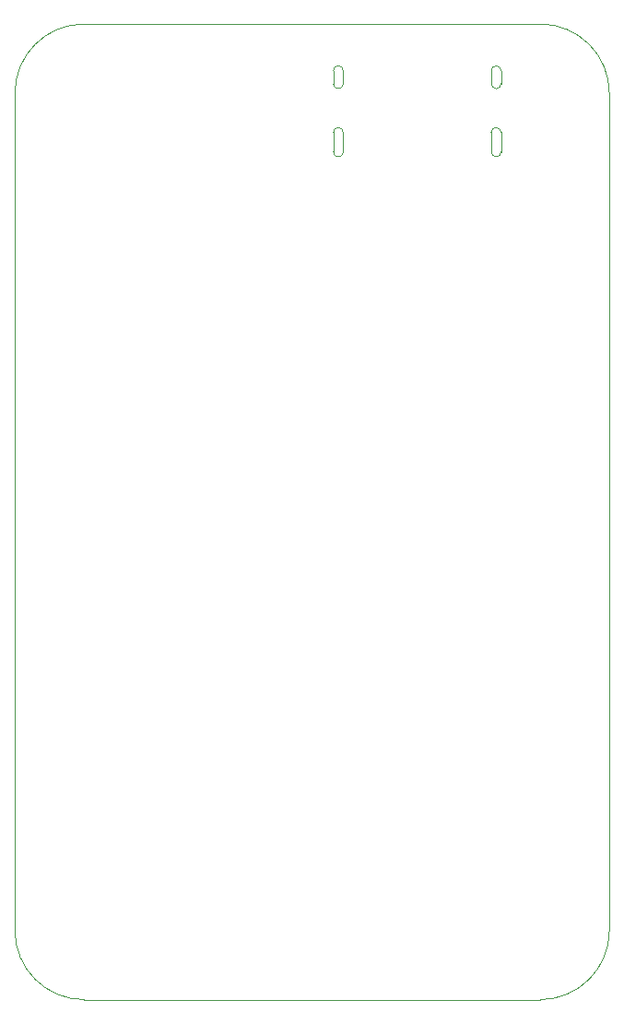
<source format=gbr>
%TF.GenerationSoftware,KiCad,Pcbnew,(5.1.10)-1*%
%TF.CreationDate,2021-10-29T17:34:37+08:00*%
%TF.ProjectId,project,70726f6a-6563-4742-9e6b-696361645f70,rev?*%
%TF.SameCoordinates,Original*%
%TF.FileFunction,Profile,NP*%
%FSLAX46Y46*%
G04 Gerber Fmt 4.6, Leading zero omitted, Abs format (unit mm)*
G04 Created by KiCad (PCBNEW (5.1.10)-1) date 2021-10-29 17:34:37*
%MOMM*%
%LPD*%
G01*
G04 APERTURE LIST*
%TA.AperFunction,Profile*%
%ADD10C,0.002540*%
%TD*%
%TA.AperFunction,Profile*%
%ADD11C,0.100000*%
%TD*%
G04 APERTURE END LIST*
D10*
X169075100Y-125882400D02*
X169075100Y-116357400D01*
X114465100Y-125882400D02*
X114465100Y-116357400D01*
X114465100Y-125882400D02*
G75*
G03*
X120815100Y-132232400I6350000J0D01*
G01*
X130340100Y-132232400D02*
X120815100Y-132232400D01*
X148120100Y-132232400D02*
X162725100Y-132232400D01*
X130340100Y-132232400D02*
X148120100Y-132232400D01*
X162725100Y-132232400D02*
G75*
G03*
X169075100Y-125882400I0J6350000D01*
G01*
X153200100Y-42697400D02*
X162725100Y-42697400D01*
X169075100Y-49682400D02*
X169075100Y-49047400D01*
X169075100Y-49047400D02*
G75*
G03*
X162725100Y-42697400I-6350000J0D01*
G01*
X120815100Y-42697400D02*
G75*
G03*
X114465100Y-49047400I0J-6350000D01*
G01*
X135420100Y-42697400D02*
X120815100Y-42697400D01*
X153200100Y-42697400D02*
X135420100Y-42697400D01*
X169075100Y-116357400D02*
X169075100Y-49682400D01*
X114465100Y-49047400D02*
X114465100Y-116357400D01*
D11*
%TO.C,J1*%
X144622000Y-53541400D02*
X144622000Y-54441400D01*
X143722000Y-54441400D02*
X143722000Y-53541400D01*
X143722000Y-53541400D02*
X143722000Y-52641400D01*
X144622000Y-52641400D02*
X144622000Y-53541400D01*
X159122000Y-53541400D02*
X159122000Y-54441400D01*
X158222000Y-54441400D02*
X158222000Y-53541400D01*
X158222000Y-53541400D02*
X158222000Y-52641400D01*
X159122000Y-52641400D02*
X159122000Y-53541400D01*
X159122000Y-47581400D02*
X159122000Y-48181400D01*
X158222000Y-48181400D02*
X158222000Y-47581400D01*
X158222000Y-47581400D02*
X158222000Y-46981400D01*
X159122000Y-46981400D02*
X159122000Y-47581400D01*
X144622000Y-47581400D02*
X144622000Y-48181400D01*
X143722000Y-48181400D02*
X143722000Y-47581400D01*
X143722000Y-47581400D02*
X143722000Y-46981400D01*
X144622000Y-46981400D02*
X144622000Y-47581400D01*
X144172000Y-46531400D02*
G75*
G02*
X144622000Y-46981400I0J-450000D01*
G01*
X143722000Y-46981400D02*
G75*
G02*
X144172000Y-46531400I450000J0D01*
G01*
X144172000Y-48631400D02*
G75*
G02*
X143722000Y-48181400I0J450000D01*
G01*
X144622000Y-48181400D02*
G75*
G02*
X144172000Y-48631400I-450000J0D01*
G01*
X158672000Y-46531400D02*
G75*
G02*
X159122000Y-46981400I0J-450000D01*
G01*
X158222000Y-46981400D02*
G75*
G02*
X158672000Y-46531400I450000J0D01*
G01*
X158672000Y-48631400D02*
G75*
G02*
X158222000Y-48181400I0J450000D01*
G01*
X159122000Y-48181400D02*
G75*
G02*
X158672000Y-48631400I-450000J0D01*
G01*
X158672000Y-52191400D02*
G75*
G02*
X159122000Y-52641400I0J-450000D01*
G01*
X158222000Y-52641400D02*
G75*
G02*
X158672000Y-52191400I450000J0D01*
G01*
X158672000Y-54891400D02*
G75*
G02*
X158222000Y-54441400I0J450000D01*
G01*
X159122000Y-54441400D02*
G75*
G02*
X158672000Y-54891400I-450000J0D01*
G01*
X144172000Y-52191400D02*
G75*
G02*
X144622000Y-52641400I0J-450000D01*
G01*
X143722000Y-52641400D02*
G75*
G02*
X144172000Y-52191400I450000J0D01*
G01*
X144172000Y-54891400D02*
G75*
G02*
X143722000Y-54441400I0J450000D01*
G01*
X144622000Y-54441400D02*
G75*
G02*
X144172000Y-54891400I-450000J0D01*
G01*
%TD*%
M02*

</source>
